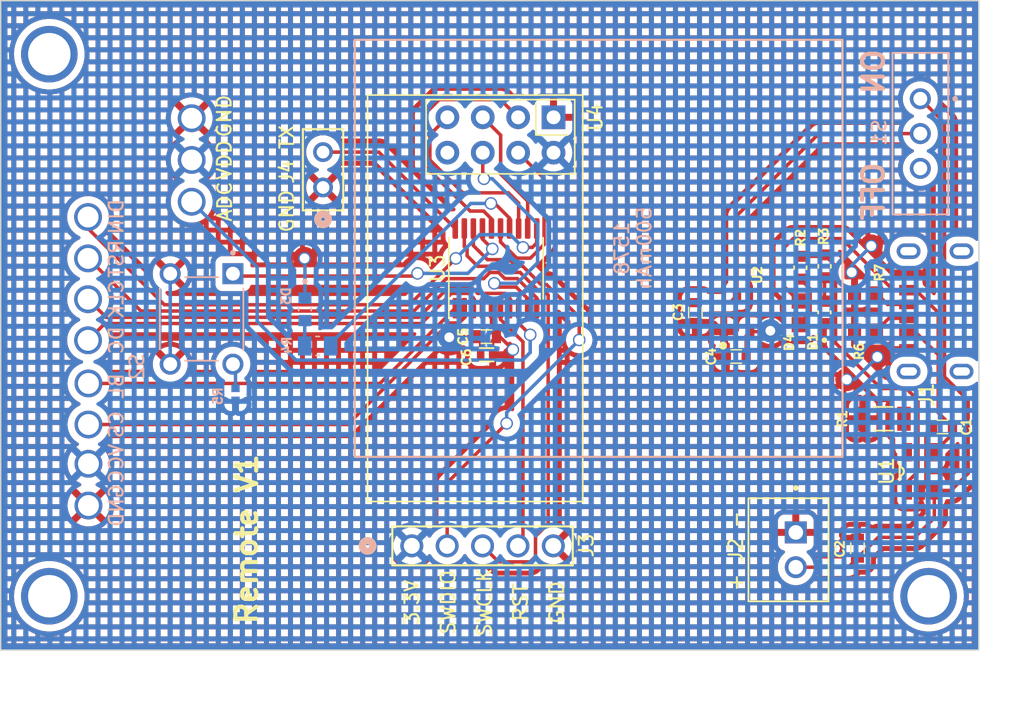
<source format=kicad_pcb>
(kicad_pcb (version 20221018) (generator pcbnew)
  (layers (0 "F.Cu" signal) (31 "B.Cu" signal) (34 "B.Paste" user) (35 "F.Paste" user) (36 "B.SilkS" user "B.Silkscreen") (37 "F.SilkS" user "F.Silkscreen") (38 "B.Mask" user) (39 "F.Mask" user) (44 "Edge.Cuts" user))
  (net 0 "")
  (net 1 "+5V")
  (net 2 "GND")
  (net 3 "+BATT")
  (net 4 "Net-(U2-VIN)")
  (net 5 "VDD")
  (net 6 "Net-(D1-PadA)")
  (net 7 "Net-(D3-PadA)")
  (net 8 "Net-(D4-Pad1)")
  (net 9 "Net-(J1-CC1)")
  (net 10 "Net-(J1-CC2)")
  (net 11 "Net-(U3-PA13)")
  (net 12 "Net-(U3-PA14{slash}PA15)")
  (net 13 "Net-(U3-NRST)")
  (net 14 "/MCU/USART1_TX")
  (net 15 "Net-(U1-PROG)")
  (net 16 "Net-(U1-STAT)")
  (net 17 "/MCU/GPIO_Output")
  (net 18 "Net-(R5-Pad1)")
  (net 20 "/MCU/Button")
  (net 21 "/MCU/Display_BL")
  (net 22 "/MCU/SPI2_CS")
  (net 23 "/MCU/Display_DC")
  (net 24 "/MCU/SPI2_SCK")
  (net 25 "/MCU/ADC1_IN1")
  (net 26 "/MCU/SPI1_MOSI")
  (net 27 "/MCU/Display_RST")
  (net 28 "/MCU/SPI2_MOSI")
  (net 29 "/MCU/SPI1_SCK")
  (net 30 "/MCU/SPI1_MISO")
  (net 31 "/MCU/SPI1_CSN")
  (net 32 "/MCU/SPI1_CE")
  (footprint "Power_:RESC1608X50N" (layer "F.Cu") (at 169.043 76.599)
    (fp_text reference "R7")
    (fp_text value "5.1k")
  )
  (footprint "Power_:SOT95P270X145-5N" (layer "F.Cu") (at 173.0396 89.3778 90)
    (fp_text reference "U1")
    (fp_text value "MCP73831T-2DCI_OT")
  )
  (footprint "Power_:CAPC1608X90N" (layer "F.Cu") (at 141.8314 79.7026)
    (fp_text reference "C5")
    (fp_text value "4u7")
  )
  (footprint "Power_:SOT95P280X145-3N" (layer "F.Cu") (at 159.815 78.042894 90)
    (fp_text reference "U2")
    (fp_text value "AP2210N-3.3TRG1")
  )
  (footprint "MCU_:0603" (layer "F.Cu") (at 164.24 77.99 90)
    (fp_text reference "D4")
    (fp_text value "Charging")
  )
  (footprint "RF_Module:nRF24L01_Breakout" (layer "F.Cu") (at 146.645 63.945 -90)
    (fp_text reference "U4")
    (fp_text value "NRF24L01_Breakout")
  )
  (footprint "Power_:CAPC1608X90N" (layer "F.Cu") (at 174.5726 86.1886 180)
    (fp_text reference "C1")
    (fp_text value "4u7")
  )
  (footprint "MCU_:Wire_Via" (layer "F.Cu") (at 124.47949 64.01255 90)
    (fp_text reference "U7" hide)
    (fp_text value "GND")
  )
  (footprint "" (layer "F.Cu") (at 110.45 98.35 90)
    (fp_text reference "")
    (fp_text value "")
  )
  (footprint "Power_:GCT_USB4125-GF-A_REVA2" (layer "F.Cu") (at 175.135 77.8835 90)
    (fp_text reference "J1")
    (fp_text value "USB4125-GF-A_REVA2")
  )
  (footprint "MCU_:LEDC1608X35N" (layer "F.Cu") (at 166.09 77.96 90)
    (fp_text reference "D1")
    (fp_text value "Ready")
  )
  (footprint "Power_:RESC1608X55N" (layer "F.Cu") (at 164.36 74.75 90)
    (fp_text reference "R2")
    (fp_text value "250")
  )
  (footprint "Power_:RESC1608X55N" (layer "F.Cu") (at 166.1 74.65 90)
    (fp_text reference "R3")
    (fp_text value "250")
  )
  (footprint "MCU_:CONN2_M20-999_1x2_HRW" (layer "F.Cu") (at 130.1 68.9858 -90)
    (fp_text reference "J4")
    (fp_text value "M20-9990246")
  )
  (footprint "MCU_:CONN5_0511121_WRE" (layer "F.Cu") (at 136.47 94.73)
    (fp_text reference "J3")
    (fp_text value "61300511121")
  )
  (footprint "Package_SO:TSSOP-20_4.4x6.5mm_P0.65mm" (layer "F.Cu") (at 142.515 74.795 90)
    (fp_text reference "U3")
    (fp_text value "STM32G030F6Px")
  )
  (footprint "Power_:CAPC1608X90N" (layer "F.Cu") (at 156.827 77.9714 -90)
    (fp_text reference "C3")
    (fp_text value "4u7")
  )
  (footprint "Power_:CAPC1608X90N" (layer "F.Cu") (at 168.4622 94.9014 -90)
    (fp_text reference "C2")
    (fp_text value "4u7")
  )
  (footprint "Power_:JST_B2B-XH-A" (layer "F.Cu") (at 163.51 95.015 90)
    (fp_text reference "J2")
    (fp_text value "B2B-XH-A")
  )
  (footprint "Power_:RESC1608X50N" (layer "F.Cu") (at 169.043 79.263)
    (fp_text reference "R6")
    (fp_text value "5.1k")
  )
  (footprint "" (layer "F.Cu") (at 110.45 59.41 90)
    (fp_text reference "")
    (fp_text value "")
  )
  (footprint "Power_:RESC3116X65N" (layer "F.Cu") (at 170.32 85.6)
    (fp_text reference "R1")
    (fp_text value "5k")
  )
  (footprint "MCU_:Wire_Via" (layer "F.Cu") (at 124.47949 67.01153 90)
    (fp_text reference "U6" hide)
    (fp_text value "VDD")
  )
  (footprint "MCU_:CAPC1005X55N" (layer "F.Cu") (at 141.845 81.005)
    (fp_text reference "C6")
    (fp_text value "100n" hide)
  )
  (footprint "" (layer "F.Cu") (at 173.57 98.35 90)
    (fp_text reference "")
    (fp_text value "")
  )
  (footprint "MCU_:Wire_Via" (layer "F.Cu") (at 124.47949 70.01051 90)
    (fp_text reference "U5" hide)
    (fp_text value "ADC")
  )
  (footprint "Power_:CAPC1608X90N" (layer "F.Cu") (at 159.7614 81.1282)
    (fp_text reference "C4")
    (fp_text value "4u7")
  )
  (footprint "MCU_:Wire_Via" (layer "B.Cu") (at 113.23093 76.153944)
    (fp_text reference "U13" hide)
    (fp_text value "DC")
  )
  (footprint "Power_:SW_EG1218" (layer "B.Cu") (at 172.975 65.115 -90)
    (fp_text reference "S1")
    (fp_text value "EG1218")
  )
  (footprint "Power_:RESC1005X40N" (layer "B.Cu") (at 123.815 83.845 -90)
    (fp_text reference "R5")
    (fp_text value "4.7k")
  )
  (footprint "MCU_:Wire_Via" (layer "B.Cu") (at 113.23093 67.29825)
    (fp_text reference "U10" hide)
    (fp_text value "DIN")
  )
  (footprint "MCU_:SW_TL1105BF160Q" (layer "B.Cu") (at 121.38 78.429 -90)
    (fp_text reference "S2")
    (fp_text value "TL1105BF160Q")
  )
  (footprint "MCU_:Wire_Via" (layer "B.Cu") (at 117.06949 91.83357 -90)
    (fp_text reference "U9" hide)
    (fp_text value "GND")
  )
  (footprint "MCU_:LEDC1608X35N" (layer "B.Cu") (at 128.8 77.7385 -90)
    (fp_text reference "D3")
    (fp_text value "LTST-C190GKT")
  )
  (footprint "MCU_:Wire_Via" (layer "B.Cu") (at 113.25907 89.824158 180)
    (fp_text reference "U12" hide)
    (fp_text value "CS")
  )
  (footprint "MCU_:RESC2012X65N" (layer "B.Cu") (at 129.715 80.37 180)
    (fp_text reference "R4")
    (fp_text value "120")
  )
  (footprint "MCU_:Wire_Via" (layer "B.Cu") (at 113.23093 73.202046)
    (fp_text reference "U11" hide)
    (fp_text value "CLK")
  )
  (footprint "MCU_:Wire_Via" (layer "B.Cu") (at 113.25907 86.87226 180)
    (fp_text reference "U15" hide)
    (fp_text value "BL")
  )
  (footprint "MCU_:Wire_Via" (layer "B.Cu") (at 113.23093 70.27093)
    (fp_text reference "U14" hide)
    (fp_text value "RST")
  )
  (footprint "MCU_:Wire_Via" (layer "B.Cu") (at 117.06949 88.83459 -90)
    (fp_text reference "U8" hide)
    (fp_text value "VCC")
  )
  (gr_rect (start 132.38 58.38) (end 167.39 88.34) (stroke (width 0.15)) (fill none) (layer "B.SilkS"))
  (gr_rect (start 106.96 55.5685) (end 177.18 102.2185) (stroke (width 0.1)) (fill none) (layer "Edge.Cuts"))
  (gr_text "OFF" (at 170.49 67.04 90) (layer "B.SilkS") (effects (font (size 1.5 1.5) (thickness 0.3) bold) (justify left bottom mirror)))
  (gr_text "1578\n500mAh" (at 153.75 73.35 90) (layer "B.SilkS") (effects (font (size 1 1)) (justify bottom mirror)))
  (gr_text "ON" (at 170.49 58.9 90) (layer "B.SilkS") (effects (font (size 1.5 1.5) (thickness 0.3) bold) (justify left bottom mirror)))
  (gr_text "-" (at 160.32 93.56 90) (layer "F.SilkS") (effects (font (size 1 1)) (justify left bottom)))
  (gr_text "GND" (at 147.46 100.411428 90) (layer "F.SilkS") (effects (font (size 1 1)) (justify left bottom)))
  (gr_text "RST" (at 144.8625 100.244762 90) (layer "F.SilkS") (effects (font (size 1 1)) (justify left bottom)))
  (gr_text "SWCLK\n" (at 142.265 101.34 90) (layer "F.SilkS") (effects (font (size 1 1)) (justify left bottom)))
  (gr_text "GND" (at 128.08 72.31 90) (layer "F.SilkS") (effects (font (size 1 1)) (justify left bottom)))
  (gr_text "3.3V" (at 137.07 100.506666 90) (layer "F.SilkS") (effects (font (size 1 1)) (justify left bottom)))
  (gr_text "Remote V1" (at 125.5 100.52 90) (layer "F.SilkS") (effects (font (size 1.5 1.5) (thickness 0.3) bold) (justify left bottom)))
  (gr_text "+" (at 160.32 98.08 90) (layer "F.SilkS") (effects (font (size 1 1)) (justify left bottom)))
  (gr_text "SWDIO\n" (at 139.6675 101.197142 90) (layer "F.SilkS") (effects (font (size 1 1)) (justify left bottom)))
  (gr_text "TX" (at 128.09 66.33 90) (layer "F.SilkS") (effects (font (size 1 1)) (justify left bottom)))
  (segment (start 142.61 79.89) (end 142.61 79.75) (width 0) (layer "B.Cu") (net 0))
  (segment (start 167.33362 72.66) (end 163.85 72.66) (width 0.25) (layer "F.Cu") (net 1))
  (segment (start 172.6635 79.4035) (end 172.055 79.4035) (width 0.25) (layer "F.Cu") (net 1))
  (segment (start 163.85 72.66) (end 163.21 73.3) (width 0.25) (layer "F.Cu") (net 1))
  (segment (start 174.26 81) (end 174.26 77.9685) (width 0.25) (layer "F.Cu") (net 1))
  (segment (start 174.26 77.9685) (end 172.655 76.3635) (width 0.25) (layer "F.Cu") (net 1))
  (segment (start 171.03712 76.3635) (end 167.33362 72.66) (width 0.25) (layer "F.Cu") (net 1))
  (segment (start 175.2838 86.7018) (end 173.9794 88.0062) (width 0.25) (layer "F.Cu") (net 1))
  (segment (start 163.21 76.11) (end 164.24 77.14) (width 0.25) (layer "F.Cu") (net 1))
  (segment (start 174.26 81) (end 172.6635 79.4035) (width 0.25) (layer "F.Cu") (net 1))
  (segment (start 163.21 73.3) (end 163.21 76.11) (width 0.25) (layer "F.Cu") (net 1))
  (segment (start 175.2838 86.1886) (end 174.26 85.1648) (width 0.25) (layer "F.Cu") (net 1))
  (segment (start 172.055 76.3635) (end 171.03712 76.3635) (width 0.25) (layer "F.Cu") (net 1))
  (segment (start 172.655 76.3635) (end 172.055 76.3635) (width 0.25) (layer "F.Cu") (net 1))
  (segment (start 175.2838 86.1886) (end 175.2838 86.7018) (width 0.25) (layer "F.Cu") (net 1))
  (segment (start 174.26 85.1648) (end 174.26 81) (width 0.25) (layer "F.Cu") (net 1))
  (segment (start 156.827 78.6826) (end 158.204706 78.6826) (width 0.25) (layer "F.Cu") (net 2))
  (segment (start 142.19 79.35) (end 142.19 77.6575) (width 0.25) (layer "F.Cu") (net 2))
  (segment (start 173.375 86.675) (end 173.375 90.414) (width 0.25) (layer "F.Cu") (net 2))
  (segment (start 173.8614 86.1886) (end 173.375 86.675) (width 0.25) (layer "F.Cu") (net 2))
  (segment (start 158.204706 78.6826) (end 158.865 79.342894) (width 0.25) (layer "F.Cu") (net 2))
  (segment (start 159.0502 81.1282) (end 159.0502 79.528094) (width 0.25) (layer "F.Cu") (net 2))
  (segment (start 142.5426 79.7026) (end 142.19 79.35) (width 0.25) (layer "F.Cu") (net 2))
  (segment (start 173.375 90.414) (end 173.0396 90.7494) (width 0.25) (layer "F.Cu") (net 2))
  (segment (start 159.0502 79.528094) (end 158.865 79.342894) (width 0.25) (layer "F.Cu") (net 2))
  (segment (start 142.275 81.005) (end 142.275 79.9702) (width 0.25) (layer "F.Cu") (net 2))
  (segment (start 142.275 79.9702) (end 142.5426 79.7026) (width 0.25) (layer "F.Cu") (net 2))
  (segment (start 142.7881 79.7026) (end 142.5426 79.7026) (width 0.25) (layer "F.Cu") (net 2))
  (segment (start 143.7255 80.64) (end 142.7881 79.7026) (width 0.25) (layer "F.Cu") (net 2))
  (via (at 128.77 74.08) (size 0.9) (drill 0.7) (layers "F.Cu" "B.Cu") (net 2))
  (via (at 169.89 81.16) (size 0.9) (drill 0.7) (layers "F.Cu" "B.Cu") (net 2))
  (via (at 143.7255 80.64) (size 0.9) (drill 0.7) (layers "F.Cu" "B.Cu") (net 2))
  (via (at 168.05 75.08) (size 0.9) (drill 0.7) (layers "F.Cu" "B.Cu") (net 2))
  (via (at 167.7 82.78) (size 0.9) (drill 0.7) (layers "F.Cu" "B.Cu") (net 2))
  (via (at 169.45 73.19) (size 0.9) (drill 0.7) (layers "F.Cu" "B.Cu") (net 2))
  (segment (start 168.27 82.78) (end 169.89 81.16) (width 0.25) (layer "B.Cu") (net 2))
  (segment (start 119.13 81.679) (end 119.13 75.179) (width 0.25) (layer "B.Cu") (net 2))
  (segment (start 128.8 74.11) (end 128.77 74.08) (width 0.25) (layer "B.Cu") (net 2))
  (segment (start 128.8 76.9285) (end 128.8 74.11) (width 0.25) (layer "B.Cu") (net 2))
  (segment (start 168.05 75.08) (end 168.05 74.59) (width 0.25) (layer "B.Cu") (net 2))
  (segment (start 168.05 74.59) (end 169.45 73.19) (width 0.25) (layer "B.Cu") (net 2))
  (segment (start 167.7 82.78) (end 168.27 82.78) (width 0.25) (layer "B.Cu") (net 2))
  (segment (start 174.71 64.35) (end 172.975 62.615) (width 0.25) (layer "F.Cu") (net 3))
  (segment (start 173.9794 90.7494) (end 175.18752 90.7494) (width 0.25) (layer "F.Cu") (net 3))
  (segment (start 164.035 96.265) (end 167.8098 96.265) (width 0.25) (layer "F.Cu") (net 3))
  (segment (start 175.18752 90.7494) (end 176.41 89.52692) (width 0.25) (layer "F.Cu") (net 3))
  (segment (start 176.41 84.28) (end 174.71 82.58) (width 0.25) (layer "F.Cu") (net 3))
  (segment (start 176.41 89.52692) (end 176.41 84.28) (width 0.25) (layer "F.Cu") (net 3))
  (segment (start 173.9794 92.7206) (end 173.9794 90.7494) (width 0.25) (layer "F.Cu") (net 3))
  (segment (start 172.58 94.12) (end 173.9794 92.7206) (width 0.25) (layer "F.Cu") (net 3))
  (segment (start 168.4622 95.6126) (end 169.9548 94.12) (width 0.25) (layer "F.Cu") (net 3))
  (segment (start 169.9548 94.12) (end 172.58 94.12) (width 0.25) (layer "F.Cu") (net 3))
  (segment (start 174.71 82.58) (end 174.71 64.35) (width 0.25) (layer "F.Cu") (net 3))
  (segment (start 167.8098 96.265) (end 168.4622 95.6126) (width 0.25) (layer "F.Cu") (net 3))
  (segment (start 159.297694 77.2602) (end 159.815 76.742894) (width 0.25) (layer "F.Cu") (net 4))
  (segment (start 172.975 65.115) (end 165.695 65.115) (width 0.25) (layer "F.Cu") (net 4))
  (segment (start 165.695 65.115) (end 159.815 70.995) (width 0.25) (layer "F.Cu") (net 4))
  (segment (start 159.815 70.995) (end 159.815 76.742894) (width 0.25) (layer "F.Cu") (net 4))
  (segment (start 156.827 77.2602) (end 159.297694 77.2602) (width 0.25) (layer "F.Cu") (net 4))
  (segment (start 141.54 79.2828) (end 141.54 77.6575) (width 0.25) (layer "F.Cu") (net 5))
  (segment (start 139.205894 79.7026) (end 141.1202 79.7026) (width 0.25) (layer "F.Cu") (net 5))
  (segment (start 141.415 79.9974) (end 141.1202 79.7026) (width 0.25) (layer "F.Cu") (net 5))
  (segment (start 160.765 79.342894) (end 162.147106 79.342894) (width 0.25) (layer "F.Cu") (net 5))
  (segment (start 160.4726 79.635294) (end 160.765 79.342894) (width 0.25) (layer "F.Cu") (net 5))
  (segment (start 139.159247 79.749247) (end 139.205894 79.7026) (width 0.25) (layer "F.Cu") (net 5))
  (segment (start 162.147106 79.342894) (end 162.21 79.28) (width 0.25) (layer "F.Cu") (net 5))
  (segment (start 141.1202 79.7026) (end 141.54 79.2828) (width 0.25) (layer "F.Cu") (net 5))
  (segment (start 160.4726 81.1282) (end 160.4726 79.635294) (width 0.25) (layer "F.Cu") (net 5))
  (segment (start 141.415 81.005) (end 141.415 79.9974) (width 0.25) (layer "F.Cu") (net 5))
  (via (at 162.21 79.28) (size 0.9) (drill 0.7) (layers "F.Cu" "B.Cu") (net 5))
  (via (at 139.159247 79.749247) (size 0.9) (drill 0.7) (layers "F.Cu" "B.Cu") (net 5))
  (segment (start 166.1 75.47) (end 166.1 77.14) (width 0.25) (layer "F.Cu") (net 6))
  (segment (start 166.1 77.14) (end 166.09 77.15) (width 0.25) (layer "F.Cu") (net 6))
  (segment (start 128.785 80.37) (end 128.785 78.5635) (width 0.25) (layer "B.Cu") (net 7))
  (segment (start 128.785 78.5635) (end 128.8 78.5485) (width 0.25) (layer "B.Cu") (net 7))
  (segment (start 165.065 76.275) (end 165.065 78.015) (width 0.25) (layer "F.Cu") (net 8))
  (segment (start 164.36 75.57) (end 165.065 76.275) (width 0.25) (layer "F.Cu") (net 8))
  (segment (start 165.065 78.015) (end 164.24 78.84) (width 0.25) (layer "F.Cu") (net 8))
  (segment (start 169.833 79.263) (end 170.7125 78.3835) (width 0.25) (layer "F.Cu") (net 9))
  (segment (start 170.7125 78.3835) (end 172.055 78.3835) (width 0.25) (layer "F.Cu") (net 9))
  (segment (start 169.833 76.599) (end 170.6175 77.3835) (width 0.25) (layer "F.Cu") (net 10))
  (segment (start 170.6175 77.3835) (end 172.055 77.3835) (width 0.25) (layer "F.Cu") (net 10))
  (segment (start 139.01 90.2) (end 143.28 85.93) (width 0.25) (layer "F.Cu") (net 11))
  (segment (start 139.01 94.73) (end 139.01 90.2) (width 0.25) (layer "F.Cu") (net 11))
  (segment (start 140.89 73.16) (end 140.89 71.9325) (width 0.25) (layer "F.Cu") (net 11))
  (segment (start 143.943845 74.635546) (end 143.481923 74.173624) (width 0.25) (layer "F.Cu") (net 11))
  (segment (start 141.903624 74.173624) (end 140.89 73.16) (width 0.25) (layer "F.Cu") (net 11))
  (segment (start 148.461701 78.28) (end 146.141701 75.96) (width 0.25) (layer "F.Cu") (net 11))
  (segment (start 148.49 79.94) (end 148.49 78.28) (width 0.25) (layer "F.Cu") (net 11))
  (segment (start 146.141701 75.96) (end 145.752792 75.96) (width 0.25) (layer "F.Cu") (net 11))
  (segment (start 148.49 78.28) (end 148.461701 78.28) (width 0.25) (layer "F.Cu") (net 11))
  (segment (start 145.752792 75.96) (end 144.428338 74.635546) (width 0.25) (layer "F.Cu") (net 11))
  (segment (start 143.481923 74.173624) (end 141.903624 74.173624) (width 0.25) (layer "F.Cu") (net 11))
  (segment (start 144.428338 74.635546) (end 143.943845 74.635546) (width 0.25) (layer "F.Cu") (net 11))
  (via (at 143.28 85.93) (size 0.9) (drill 0.7) (layers "F.Cu" "B.Cu") (net 11))
  (via (at 148.49 79.94) (size 0.9) (drill 0.7) (layers "F.Cu" "B.Cu") (net 11))
  (segment (start 143.28 85.93) (end 143.28 85.15) (width 0.25) (layer "B.Cu") (net 11))
  (segment (start 143.28 85.15) (end 148.49 79.94) (width 0.25) (layer "B.Cu") (net 11))
  (segment (start 144.241942 75.085546) (end 143.337458 75.085546) (width 0.25) (layer "F.Cu") (net 12))
  (segment (start 144.9595 95.8805) (end 145.35 95.49) (width 0.25) (layer "F.Cu") (net 12))
  (segment (start 141.1955 74.6455) (end 140.44 73.89) (width 0.25) (layer "F.Cu") (net 12))
  (segment (start 140.44 73.42) (end 140.24 73.22) (width 0.25) (layer "F.Cu") (net 12))
  (segment (start 145.566396 76.41) (end 144.241942 75.085546) (width 0.25) (layer "F.Cu") (net 12))
  (segment (start 142.897412 74.6455) (end 141.1955 74.6455) (width 0.25) (layer "F.Cu") (net 12))
  (segment (start 140.44 73.89) (end 140.44 73.42) (width 0.25) (layer "F.Cu") (net 12))
  (segment (start 145.955305 76.41) (end 145.566396 76.41) (width 0.25) (layer "F.Cu") (net 12))
  (segment (start 143.337458 75.085546) (end 142.897412 74.6455) (width 0.25) (layer "F.Cu") (net 12))
  (segment (start 142.7005 95.8805) (end 144.9595 95.8805) (width 0.25) (layer "F.Cu") (net 12))
  (segment (start 146.26 76.714695) (end 145.955305 76.41) (width 0.25) (layer "F.Cu") (net 12))
  (segment (start 146.26 93.14) (end 146.26 76.714695) (width 0.25) (layer "F.Cu") (net 12))
  (segment (start 140.24 73.22) (end 140.24 71.9325) (width 0.25) (layer "F.Cu") (net 12))
  (segment (start 141.55 94.73) (end 142.7005 95.8805) (width 0.25) (layer "F.Cu") (net 12))
  (segment (start 145.35 95.49) (end 145.35 94.05) (width 0.25) (layer "F.Cu") (net 12))
  (segment (start 145.35 94.05) (end 146.26 93.14) (width 0.25) (layer "F.Cu") (net 12))
  (segment (start 144.45 80.075305) (end 142.84 78.465305) (width 0.25) (layer "F.Cu") (net 13))
  (segment (start 142.84 78.465305) (end 142.84 77.6575) (width 0.25) (layer "F.Cu") (net 13))
  (segment (start 144.09 94.73) (end 144.45 94.37) (width 0.25) (layer "F.Cu") (net 13))
  (segment (start 144.45 94.37) (end 144.45 80.075305) (width 0.25) (layer "F.Cu") (net 13))
  (segment (start 139.59 71.9325) (end 134.1033 66.4458) (width 0.25) (layer "F.Cu") (net 14))
  (segment (start 134.1033 66.4458) (end 130.1 66.4458) (width 0.25) (layer "F.Cu") (net 14))
  (segment (start 171.8 87.7064) (end 172.0998 88.0062) (width 0.25) (layer "F.Cu") (net 15))
  (segment (start 171.8 85.6) (end 171.8 87.7064) (width 0.25) (layer "F.Cu") (net 15))
  (segment (start 166.89 74.62) (end 166.1 73.83) (width 0.25) (layer "F.Cu") (net 16))
  (segment (start 170.16 83.43) (end 166.89 80.16) (width 0.25) (layer "F.Cu") (net 16))
  (segment (start 172.0998 90.089) (end 172.81 89.3788) (width 0.25) (layer "F.Cu") (net 16))
  (segment (start 172.0998 90.7494) (end 172.0998 90.089) (width 0.25) (layer "F.Cu") (net 16))
  (segment (start 172.81 89.3788) (end 172.81 84.27) (width 0.25) (layer "F.Cu") (net 16))
  (segment (start 166 73.93) (end 166.1 73.83) (width 0.25) (layer "F.Cu") (net 16))
  (segment (start 171.97 83.43) (end 170.16 83.43) (width 0.25) (layer "F.Cu") (net 16))
  (segment (start 164.36 73.93) (end 166 73.93) (width 0.25) (layer "F.Cu") (net 16))
  (segment (start 172.81 84.27) (end 171.97 83.43) (width 0.25) (layer "F.Cu") (net 16))
  (segment (start 166.89 80.16) (end 166.89 74.62) (width 0.25) (layer "F.Cu") (net 16))
  (segment (start 142.427747 70.132747) (end 143.49 71.195) (width 0.25) (layer "F.Cu") (net 17))
  (segment (start 143.49 71.195) (end 143.49 71.9325) (width 0.25) (layer "F.Cu") (net 17))
  (segment (start 142.151753 70.132747) (end 142.427747 70.132747) (width 0.25) (layer "F.Cu") (net 17))
  (via (at 142.151753 70.132747) (size 0.9) (drill 0.7) (layers "F.Cu" "B.Cu") (net 17))
  (segment (start 142.151753 70.132747) (end 140.707253 70.132747) (width 0.25) (layer "B.Cu") (net 17))
  (segment (start 130.645 80.195) (end 130.645 80.37) (width 0.25) (layer "B.Cu") (net 17))
  (segment (start 140.707253 70.132747) (end 130.645 80.195) (width 0.25) (layer "B.Cu") (net 17))
  (segment (start 123.815 81.864) (end 123.63 81.679) (width 0.25) (layer "B.Cu") (net 18))
  (segment (start 123.815 83.413) (end 123.815 81.864) (width 0.25) (layer "B.Cu") (net 18))
  (segment (start 136.689086 75.35) (end 123.801 75.35) (width 0.25) (layer "F.Cu") (net 20))
  (segment (start 141.54 72.687284) (end 141.54 71.9325) (width 0.25) (layer "F.Cu") (net 20))
  (segment (start 142.25134 73.398624) (end 141.54 72.687284) (width 0.25) (layer "F.Cu") (net 20))
  (segment (start 123.801 75.35) (end 123.63 75.179) (width 0.25) (layer "F.Cu") (net 20))
  (segment (start 136.883586 75.1555) (end 136.689086 75.35) (width 0.25) (layer "F.Cu") (net 20))
  (via (at 136.883586 75.1555) (size 0.9) (drill 0.7) (layers "F.Cu" "B.Cu") (net 20))
  (via (at 142.25134 73.398624) (size 0.9) (drill 0.7) (layers "F.Cu" "B.Cu") (net 20))
  (segment (start 140.494464 75.1555) (end 136.883586 75.1555) (width 0.25) (layer "B.Cu") (net 20))
  (segment (start 142.25134 73.398624) (end 140.494464 75.1555) (width 0.25) (layer "B.Cu") (net 20))
  (segment (start 113.25907 83.06226) (end 134.18524 83.06226) (width 0.25) (layer "F.Cu") (net 21))
  (segment (start 134.18524 83.06226) (end 139.59 77.6575) (width 0.25) (layer "F.Cu") (net 21))
  (segment (start 139.866042 78.72) (end 140.24 78.346042) (width 0.25) (layer "F.Cu") (net 22))
  (segment (start 139.163896 78.72) (end 139.866042 78.72) (width 0.25) (layer "F.Cu") (net 22))
  (segment (start 140.24 78.346042) (end 140.24 77.6575) (width 0.25) (layer "F.Cu") (net 22))
  (segment (start 131.869738 86.014158) (end 139.163896 78.72) (width 0.25) (layer "F.Cu") (net 22))
  (segment (start 113.25907 86.014158) (end 131.869738 86.014158) (width 0.25) (layer "F.Cu") (net 22))
  (segment (start 114.434874 78.76) (end 137.148958 78.76) (width 0.25) (layer "F.Cu") (net 23))
  (segment (start 113.23093 79.963944) (end 114.434874 78.76) (width 0.25) (layer "F.Cu") (net 23))
  (segment (start 140.565 76.595) (end 140.89 76.92) (width 0.25) (layer "F.Cu") (net 23))
  (segment (start 140.89 76.92) (end 140.89 77.6575) (width 0.25) (layer "F.Cu") (net 23))
  (segment (start 137.148958 78.76) (end 139.313958 76.595) (width 0.25) (layer "F.Cu") (net 23))
  (segment (start 139.313958 76.595) (end 140.565 76.595) (width 0.25) (layer "F.Cu") (net 23))
  (segment (start 113.23093 77.012046) (end 114.528884 78.31) (width 0.25) (layer "F.Cu") (net 24))
  (segment (start 139.127562 76.145) (end 140.751396 76.145) (width 0.25) (layer "F.Cu") (net 24))
  (segment (start 136.962562 78.31) (end 139.127562 76.145) (width 0.25) (layer "F.Cu") (net 24))
  (segment (start 141.201396 76.595) (end 143.165 76.595) (width 0.25) (layer "F.Cu") (net 24))
  (segment (start 140.751396 76.145) (end 141.201396 76.595) (width 0.25) (layer "F.Cu") (net 24))
  (segment (start 143.49 76.92) (end 143.49 77.6575) (width 0.25) (layer "F.Cu") (net 24))
  (segment (start 143.165 76.595) (end 143.49 76.92) (width 0.25) (layer "F.Cu") (net 24))
  (segment (start 114.528884 78.31) (end 136.962562 78.31) (width 0.25) (layer "F.Cu") (net 24))
  (segment (start 144.97 79.57) (end 144.14 78.74) (width 0.25) (layer "F.Cu") (net 25))
  (segment (start 144.14 78.74) (end 144.14 77.6575) (width 0.25) (layer "F.Cu") (net 25))
  (via (at 144.97 79.57) (size 0.9) (drill 0.7) (layers "F.Cu" "B.Cu") (net 25))
  (segment (start 144.97 80.84) (end 144.97 79.57) (width 0.25) (layer "B.Cu") (net 25))
  (segment (start 120.66949 70.01051) (end 125.37 74.71102) (width 0.25) (layer "B.Cu") (net 25))
  (segment (start 128.155 81.385) (end 144.425 81.385) (width 0.25) (layer "B.Cu") (net 25))
  (segment (start 144.425 81.385) (end 144.97 80.84) (width 0.25) (layer "B.Cu") (net 25))
  (segment (start 125.37 74.71102) (end 125.37 78.6) (width 0.25) (layer "B.Cu") (net 25))
  (segment (start 125.37 78.6) (end 128.155 81.385) (width 0.25) (layer "B.Cu") (net 25))
  (segment (start 142.6645 76.145) (end 143.966042 76.145) (width 0.25) (layer "F.Cu") (net 26))
  (segment (start 144.79 76.968958) (end 144.79 77.6575) (width 0.25) (layer "F.Cu") (net 26))
  (segment (start 143.966042 76.145) (end 144.79 76.968958) (width 0.25) (layer "F.Cu") (net 26))
  (segment (start 142.39 75.8705) (end 142.6645 76.145) (width 0.25) (layer "F.Cu") (net 26))
  (segment (start 141.565 68.275) (end 141.65 68.36) (width 0.25) (layer "F.Cu") (net 26))
  (segment (start 141.565 66.485) (end 141.565 68.275) (width 0.25) (layer "F.Cu") (net 26))
  (via (at 141.65 68.36) (size 0.9) (drill 0.7) (layers "F.Cu" "B.Cu") (net 26))
  (via (at 142.39 75.8705) (size 0.9) (drill 0.7) (layers "F.Cu" "B.Cu") (net 26))
  (segment (start 144.0195 75.8705) (end 145.5 74.39) (width 0.25) (layer "B.Cu") (net 26))
  (segment (start 145.5 74.39) (end 145.5 71.61) (width 0.25) (layer "B.Cu") (net 26))
  (segment (start 142.25 68.36) (end 141.65 68.36) (width 0.25) (layer "B.Cu") (net 26))
  (segment (start 145.5 71.61) (end 142.25 68.36) (width 0.25) (layer "B.Cu") (net 26))
  (segment (start 142.39 75.8705) (end 144.0195 75.8705) (width 0.25) (layer "B.Cu") (net 26))
  (segment (start 144.055546 75.535546) (end 145.44 76.92) (width 0.25) (layer "F.Cu") (net 27))
  (segment (start 142.711016 75.0955) (end 143.151062 75.535546) (width 0.25) (layer "F.Cu") (net 27))
  (segment (start 145.44 76.92) (end 145.44 77.6575) (width 0.25) (layer "F.Cu") (net 27))
  (segment (start 113.23093 74.060148) (end 117.030782 77.86) (width 0.25) (layer "F.Cu") (net 27))
  (segment (start 141.628938 75.535546) (end 142.068984 75.0955) (width 0.25) (layer "F.Cu") (net 27))
  (segment (start 143.151062 75.535546) (end 144.055546 75.535546) (width 0.25) (layer "F.Cu") (net 27))
  (segment (start 117.030782 77.86) (end 136.624098 77.86) (width 0.25) (layer "F.Cu") (net 27))
  (segment (start 142.068984 75.0955) (end 142.711016 75.0955) (width 0.25) (layer "F.Cu") (net 27))
  (segment (start 136.624098 77.86) (end 138.948552 75.535546) (width 0.25) (layer "F.Cu") (net 27))
  (segment (start 138.948552 75.535546) (end 141.628938 75.535546) (width 0.25) (layer "F.Cu") (net 27))
  (segment (start 136.299529 77.41) (end 139.629466 74.080063) (width 0.25) (layer "F.Cu") (net 28))
  (segment (start 144.450327 73.288684) (end 145.12492 73.288684) (width 0.25) (layer "F.Cu") (net 28))
  (segment (start 145.44 72.973604) (end 145.44 71.9325) (width 0.25) (layer "F.Cu") (net 28))
  (segment (start 113.23093 71.10825) (end 113.23093 71.93093) (width 0.25) (layer "F.Cu") (net 28))
  (segment (start 118.71 77.41) (end 136.299529 77.41) (width 0.25) (layer "F.Cu") (net 28))
  (segment (start 145.12492 73.288684) (end 145.44 72.973604) (width 0.25) (layer "F.Cu") (net 28))
  (segment (start 113.23093 71.93093) (end 118.71 77.41) (width 0.25) (layer "F.Cu") (net 28))
  (via (at 144.450327 73.288684) (size 0.9) (drill 0.7) (layers "F.Cu" "B.Cu") (net 28))
  (via (at 139.629466 74.080063) (size 0.9) (drill 0.7) (layers "F.Cu" "B.Cu") (net 28))
  (segment (start 144.450327 73.288684) (end 143.541643 72.38) (width 0.25) (layer "B.Cu") (net 28))
  (segment (start 143.541643 72.38) (end 141.329529 72.38) (width 0.25) (layer "B.Cu") (net 28))
  (segment (start 141.329529 72.38) (end 139.629466 74.080063) (width 0.25) (layer "B.Cu") (net 28))
  (segment (start 142.85 68.02) (end 144.79 69.96) (width 0.25) (layer "F.Cu") (net 29))
  (segment (start 142.85 65.23) (end 142.85 68.02) (width 0.25) (layer "F.Cu") (net 29))
  (segment (start 144.79 69.96) (end 144.79 71.9325) (width 0.25) (layer "F.Cu") (net 29))
  (segment (start 141.565 63.945) (end 142.85 65.23) (width 0.25) (layer "F.Cu") (net 29))
  (segment (start 137.77 65.2) (end 137.77 67.01) (width 0.25) (layer "F.Cu") (net 30))
  (segment (start 139.025 63.945) (end 137.77 65.2) (width 0.25) (layer "F.Cu") (net 30))
  (segment (start 140.13 69.37) (end 143.4 69.37) (width 0.25) (layer "F.Cu") (net 30))
  (segment (start 137.77 67.01) (end 140.13 69.37) (width 0.25) (layer "F.Cu") (net 30))
  (segment (start 144.14 70.11) (end 144.14 71.9325) (width 0.25) (layer "F.Cu") (net 30))
  (segment (start 143.4 69.37) (end 144.14 70.11) (width 0.25) (layer "F.Cu") (net 30))
  (segment (start 145.965 73.085) (end 144.986316 74.063684) (width 0.25) (layer "F.Cu") (net 31))
  (segment (start 144.986316 74.063684) (end 144.008379 74.063684) (width 0.25) (layer "F.Cu") (net 31))
  (segment (start 145.965 68.345) (end 145.965 73.085) (width 0.25) (layer "F.Cu") (net 31))
  (segment (start 144.008379 74.063684) (end 142.84 72.895305) (width 0.25) (layer "F.Cu") (net 31))
  (segment (start 144.105 66.485) (end 145.965 68.345) (width 0.25) (layer "F.Cu") (net 31))
  (segment (start 142.84 72.895305) (end 142.84 71.9325) (width 0.25) (layer "F.Cu") (net 31))
  (segment (start 144.105 63.945) (end 142.83 62.67) (width 0.25) (layer "F.Cu") (net 32))
  (segment (start 141.626042 70.68) (end 142.19 71.243958) (width 0.25) (layer "F.Cu") (net 32))
  (segment (start 137.32 67.34) (end 140.66 70.68) (width 0.25) (layer "F.Cu") (net 32))
  (segment (start 142.83 62.67) (end 138.44 62.67) (width 0.25) (layer "F.Cu") (net 32))
  (segment (start 138.44 62.67) (end 137.32 63.79) (width 0.25) (layer "F.Cu") (net 32))
  (segment (start 140.66 70.68) (end 141.626042 70.68) (width 0.25) (layer "F.Cu") (net 32))
  (segment (start 137.32 63.79) (end 137.32 67.34) (width 0.25) (layer "F.Cu") (net 32))
  (segment (start 142.19 71.243958) (end 142.19 71.9325) (width 0.25) (layer "F.Cu") (net 32))
  (zone (net 2) (net_name "GND") (layer "F.Cu") (connect_pads (clearance 0.5)) (min_thickness 0.25) (fill yes (mode hatch) (thermal_gap 0.5) (thermal_bridge_width 0.5) (hatch_thickness 0.3556) (hatch_gap 0.508) (hatch_orientation 0) (hatch_border_algorithm hatch_thickness) (hatch_min_hole_area 0.3))
    (polygon (pts (xy 106.94 102.21) (xy 106.97 55.57) (xy 177.17 55.57) (xy 177.14 102.21)))
  )
  (zone (net 5) (net_name "VDD") (layer "B.Cu") (connect_pads (clearance 0.5)) (min_thickness 0.25) (fill yes (mode hatch) (thermal_gap 0.5) (thermal_bridge_width 0.5) (hatch_thickness 0.3556) (hatch_gap 0.508) (hatch_orientation 0) (hatch_border_algorithm hatch_thickness) (hatch_min_hole_area 0.3))
    (polygon (pts (xy 106.97 102.22) (xy 106.97 55.57) (xy 177.17 55.57) (xy 177.17 102.22)))
  )
)
</source>
